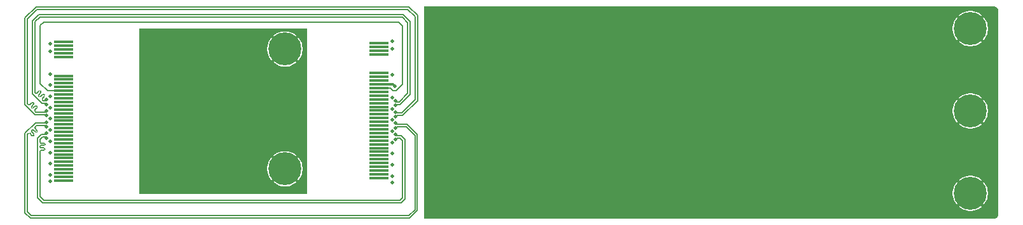
<source format=gbr>
%TF.GenerationSoftware,KiCad,Pcbnew,9.0.0*%
%TF.CreationDate,2025-04-28T22:47:42-04:00*%
%TF.ProjectId,Interposer_Board_Test_Fixture,496e7465-7270-46f7-9365-725f426f6172,rev?*%
%TF.SameCoordinates,Original*%
%TF.FileFunction,Copper,L4,Bot*%
%TF.FilePolarity,Positive*%
%FSLAX46Y46*%
G04 Gerber Fmt 4.6, Leading zero omitted, Abs format (unit mm)*
G04 Created by KiCad (PCBNEW 9.0.0) date 2025-04-28 22:47:42*
%MOMM*%
%LPD*%
G01*
G04 APERTURE LIST*
%TA.AperFunction,SMDPad,CuDef*%
%ADD10R,2.500000X0.350000*%
%TD*%
%TA.AperFunction,ComponentPad*%
%ADD11C,0.700000*%
%TD*%
%TA.AperFunction,ComponentPad*%
%ADD12C,4.400000*%
%TD*%
%TA.AperFunction,ViaPad*%
%ADD13C,0.508000*%
%TD*%
%TA.AperFunction,Conductor*%
%ADD14C,0.350000*%
%TD*%
%TA.AperFunction,Conductor*%
%ADD15C,0.188000*%
%TD*%
%TA.AperFunction,Conductor*%
%ADD16C,0.152400*%
%TD*%
G04 APERTURE END LIST*
D10*
%TO.P,J1,2,2*%
%TO.N,unconnected-(J1-Pad2)*%
X116913600Y-114928601D03*
%TO.P,J1,4,4*%
%TO.N,unconnected-(J1-Pad4)*%
X116913600Y-114428600D03*
%TO.P,J1,6,6*%
%TO.N,unconnected-(J1-Pad6)*%
X116913600Y-113928600D03*
%TO.P,J1,8,8*%
%TO.N,unconnected-(J1-Pad8)*%
X116913600Y-113428599D03*
%TO.P,J1,10,10*%
%TO.N,unconnected-(J1-Pad10)*%
X116913600Y-112928600D03*
%TO.P,J1,12,12*%
%TO.N,unconnected-(J1-Pad12)*%
X116913600Y-112428600D03*
%TO.P,J1,14,14*%
%TO.N,unconnected-(J1-Pad14)*%
X116913600Y-111928600D03*
%TO.P,J1,16,16*%
%TO.N,unconnected-(J1-Pad16)*%
X116913600Y-111428600D03*
%TO.P,J1,18,18*%
%TO.N,unconnected-(J1-Pad18)*%
X116913599Y-110928600D03*
%TO.P,J1,20,20*%
%TO.N,unconnected-(J1-Pad20)*%
X116913600Y-110428600D03*
%TO.P,J1,22,22*%
%TO.N,unconnected-(J1-Pad22)*%
X116913600Y-109928600D03*
%TO.P,J1,24,24*%
%TO.N,unconnected-(J1-Pad24)*%
X116913600Y-109428600D03*
%TO.P,J1,26,26*%
%TO.N,unconnected-(J1-Pad26)*%
X116913600Y-108928600D03*
%TO.P,J1,28,28*%
%TO.N,unconnected-(J1-Pad28)*%
X116913600Y-108428601D03*
%TO.P,J1,30,30*%
%TO.N,unconnected-(J1-Pad30)*%
X116913600Y-107928600D03*
%TO.P,J1,32,32*%
%TO.N,unconnected-(J1-Pad32)*%
X116913600Y-107428600D03*
%TO.P,J1,34,34*%
%TO.N,unconnected-(J1-Pad34)*%
X116913600Y-106928599D03*
%TO.P,J1,36,36*%
%TO.N,unconnected-(J1-Pad36)*%
X116913600Y-106428600D03*
%TO.P,J1,38,38*%
%TO.N,unconnected-(J1-Pad38)*%
X116913600Y-105928601D03*
%TO.P,J1,40,40*%
%TO.N,unconnected-(J1-Pad40)*%
X116913600Y-105428600D03*
%TO.P,J1,42,42*%
%TO.N,unconnected-(J1-Pad42)*%
X116913600Y-104928600D03*
%TO.P,J1,44,44*%
%TO.N,unconnected-(J1-Pad44)*%
X116913600Y-104428599D03*
%TO.P,J1,46,46*%
%TO.N,unconnected-(J1-Pad46)*%
X116913600Y-103928600D03*
%TO.P,J1,48,48*%
%TO.N,unconnected-(J1-Pad48)*%
X116913600Y-103428601D03*
%TO.P,J1,50,50*%
%TO.N,/PERST#*%
X116913600Y-102928600D03*
%TO.P,J1,52,52*%
%TO.N,GND*%
X116913600Y-102428600D03*
%TO.P,J1,54,54*%
%TO.N,unconnected-(J1-Pad54)*%
X116913600Y-101928599D03*
%TO.P,J1,56,56*%
%TO.N,unconnected-(J1-Pad56)*%
X116913600Y-101428600D03*
%TO.P,J1,58,58*%
%TO.N,unconnected-(J1-Pad58)*%
X116913600Y-100928600D03*
%TO.P,J1,68,68*%
%TO.N,unconnected-(J1-Pad68)*%
X116913600Y-98428600D03*
%TO.P,J1,70,70*%
%TO.N,unconnected-(J1-Pad70)*%
X116913600Y-97928600D03*
%TO.P,J1,72,72*%
%TO.N,unconnected-(J1-Pad72)*%
X116913600Y-97428600D03*
%TO.P,J1,74,74*%
%TO.N,unconnected-(J1-Pad74)*%
X116913600Y-96928601D03*
%TD*%
D11*
%TO.P,H3,1,1*%
%TO.N,GND*%
X194026100Y-94978600D03*
X194509374Y-93811874D03*
X194509374Y-96145326D03*
X195676100Y-93328600D03*
D12*
X195676100Y-94978600D03*
D11*
X195676100Y-96628600D03*
X196842826Y-93811874D03*
X196842826Y-96145326D03*
X197326100Y-94978600D03*
%TD*%
%TO.P,H2,1,1*%
%TO.N,GND*%
X102751100Y-97703600D03*
X103234374Y-96536874D03*
X103234374Y-98870326D03*
X104401100Y-96053600D03*
D12*
X104401100Y-97703600D03*
D11*
X104401100Y-99353600D03*
X105567826Y-96536874D03*
X105567826Y-98870326D03*
X106051100Y-97703600D03*
%TD*%
%TO.P,H4,1,1*%
%TO.N,GND*%
X194026100Y-116978600D03*
X194509374Y-115811874D03*
X194509374Y-118145326D03*
X195676100Y-115328600D03*
D12*
X195676100Y-116978600D03*
D11*
X195676100Y-118628600D03*
X196842826Y-115811874D03*
X196842826Y-118145326D03*
X197326100Y-116978600D03*
%TD*%
%TO.P,H1,1,1*%
%TO.N,GND*%
X194026100Y-105978600D03*
X194509374Y-104811874D03*
X194509374Y-107145326D03*
X195676100Y-104328600D03*
D12*
X195676100Y-105978600D03*
D11*
X195676100Y-107628600D03*
X196842826Y-104811874D03*
X196842826Y-107145326D03*
X197326100Y-105978600D03*
%TD*%
%TO.P,H5,1,1*%
%TO.N,GND*%
X102751100Y-113703600D03*
X103234374Y-112536874D03*
X103234374Y-114870326D03*
X104401100Y-112053600D03*
D12*
X104401100Y-113703600D03*
D11*
X104401100Y-115353600D03*
X105567826Y-112536874D03*
X105567826Y-114870326D03*
X106051100Y-113703600D03*
%TD*%
D10*
%TO.P,J2,1,1*%
%TO.N,unconnected-(J2-Pad1)*%
X74926100Y-115278600D03*
%TO.P,J2,3,3*%
%TO.N,unconnected-(J2-Pad3)*%
X74926100Y-114778600D03*
%TO.P,J2,5,5*%
%TO.N,unconnected-(J2-Pad5)*%
X74926100Y-114278601D03*
%TO.P,J2,7,7*%
%TO.N,unconnected-(J2-Pad7)*%
X74926100Y-113778600D03*
%TO.P,J2,9,9*%
%TO.N,unconnected-(J2-Pad9)*%
X74926100Y-113278600D03*
%TO.P,J2,11,11*%
%TO.N,unconnected-(J2-Pad11)*%
X74926100Y-112778599D03*
%TO.P,J2,13,13*%
%TO.N,unconnected-(J2-Pad13)*%
X74926100Y-112278600D03*
%TO.P,J2,15,15*%
%TO.N,unconnected-(J2-Pad15)*%
X74926100Y-111778601D03*
%TO.P,J2,17,17*%
%TO.N,unconnected-(J2-Pad17)*%
X74926100Y-111278600D03*
%TO.P,J2,19,19*%
%TO.N,unconnected-(J2-Pad19)*%
X74926100Y-110778600D03*
%TO.P,J2,21,21*%
%TO.N,unconnected-(J2-Pad21)*%
X74926100Y-110278599D03*
%TO.P,J2,23,23*%
%TO.N,unconnected-(J2-Pad23)*%
X74926100Y-109778600D03*
%TO.P,J2,25,25*%
%TO.N,unconnected-(J2-Pad25)*%
X74926100Y-109278601D03*
%TO.P,J2,27,27*%
%TO.N,unconnected-(J2-Pad27)*%
X74926100Y-108778600D03*
%TO.P,J2,29,29*%
%TO.N,unconnected-(J2-Pad29)*%
X74926100Y-108278600D03*
%TO.P,J2,31,31*%
%TO.N,unconnected-(J2-Pad31)*%
X74926100Y-107778599D03*
%TO.P,J2,33,33*%
%TO.N,unconnected-(J2-Pad33)*%
X74926100Y-107278600D03*
%TO.P,J2,35,35*%
%TO.N,unconnected-(J2-Pad35)*%
X74926100Y-106778600D03*
%TO.P,J2,37,37*%
%TO.N,unconnected-(J2-Pad37)*%
X74926100Y-106278600D03*
%TO.P,J2,39,39*%
%TO.N,unconnected-(J2-Pad39)*%
X74926100Y-105778600D03*
%TO.P,J2,41,41*%
%TO.N,unconnected-(J2-Pad41)*%
X74926100Y-105278601D03*
%TO.P,J2,43,43*%
%TO.N,unconnected-(J2-Pad43)*%
X74926100Y-104778600D03*
%TO.P,J2,45,45*%
%TO.N,unconnected-(J2-Pad45)*%
X74926100Y-104278600D03*
%TO.P,J2,47,47*%
%TO.N,unconnected-(J2-Pad47)*%
X74926100Y-103778600D03*
%TO.P,J2,49,49*%
%TO.N,/PERST#*%
X74926100Y-103278600D03*
%TO.P,J2,51,51*%
%TO.N,unconnected-(J2-Pad51)*%
X74926100Y-102778601D03*
%TO.P,J2,53,53*%
%TO.N,unconnected-(J2-Pad53)*%
X74926100Y-102278600D03*
%TO.P,J2,55,55*%
%TO.N,unconnected-(J2-Pad55)*%
X74926100Y-101778600D03*
%TO.P,J2,57,57*%
%TO.N,unconnected-(J2-Pad57)*%
X74926100Y-101278599D03*
%TO.P,J2,67,67*%
%TO.N,unconnected-(J2-Pad67)*%
X74926100Y-98778599D03*
%TO.P,J2,69,69*%
%TO.N,unconnected-(J2-Pad69)*%
X74926100Y-98278600D03*
%TO.P,J2,71,71*%
%TO.N,unconnected-(J2-Pad71)*%
X74926100Y-97778600D03*
%TO.P,J2,73,73*%
%TO.N,unconnected-(J2-Pad73)*%
X74926100Y-97278600D03*
%TO.P,J2,75,75*%
%TO.N,unconnected-(J2-Pad75)*%
X74926100Y-96778600D03*
%TD*%
D13*
%TO.N,GND*%
X139901100Y-109203600D03*
X102401100Y-111703600D03*
X118663600Y-97678600D03*
X137901100Y-103203600D03*
X88401100Y-97703600D03*
X197901100Y-111203600D03*
X100401100Y-113703600D03*
X191901100Y-117203600D03*
X73176100Y-108528601D03*
X135901100Y-117203600D03*
X141901100Y-111203600D03*
X98401100Y-95703600D03*
X193901100Y-99203600D03*
X179901100Y-93203600D03*
X133901100Y-95203600D03*
X167901100Y-97203600D03*
X106401100Y-111703600D03*
X139901100Y-101203600D03*
X104401100Y-105703600D03*
X159901100Y-101203600D03*
X133901100Y-103203600D03*
X169901100Y-119203600D03*
X123901100Y-93203600D03*
X165901100Y-119203600D03*
X189901100Y-111203600D03*
X135901100Y-113203600D03*
X133901100Y-107203600D03*
X197901100Y-103203600D03*
X100401100Y-101703600D03*
X92401100Y-109703600D03*
X135901100Y-97203600D03*
X133901100Y-119203600D03*
X157901100Y-119203600D03*
X155901100Y-105203600D03*
X157901100Y-95203600D03*
X141901100Y-107203600D03*
X189901100Y-95203600D03*
X183901100Y-97203600D03*
X151901100Y-97203600D03*
X185901100Y-107203600D03*
X94401100Y-115703600D03*
X123901100Y-109203600D03*
X118663600Y-111678599D03*
X169901100Y-95203600D03*
X187901100Y-109203600D03*
X157901100Y-99203600D03*
X175901100Y-105203600D03*
X123901100Y-105203600D03*
X102401100Y-107703600D03*
X137901100Y-115203600D03*
X153901100Y-111203600D03*
X157901100Y-103203600D03*
X86401100Y-103703600D03*
X143901100Y-109203600D03*
X73176100Y-101028600D03*
X169901100Y-103203600D03*
X167901100Y-109203600D03*
X159901100Y-97203600D03*
X118663600Y-96678601D03*
X96401100Y-105703600D03*
X129901100Y-111203600D03*
X173901100Y-115203600D03*
X177901100Y-111203600D03*
X127901100Y-97203600D03*
X127901100Y-93203600D03*
X102401100Y-95703600D03*
X129901100Y-115203600D03*
X175901100Y-97203600D03*
X131901100Y-101203600D03*
X163901100Y-101203600D03*
X131901100Y-109203600D03*
X131901100Y-113203600D03*
X151901100Y-113203600D03*
X118663600Y-107178598D03*
X143901100Y-101203600D03*
X159901100Y-105203600D03*
X137901100Y-119203600D03*
X191901100Y-105203600D03*
X187901100Y-113203600D03*
X195901100Y-113203600D03*
X171901100Y-109203600D03*
X129901100Y-99203600D03*
X129901100Y-119203600D03*
X145901100Y-111203600D03*
X141901100Y-115203600D03*
X125901100Y-103203600D03*
X139901100Y-97203600D03*
X106401100Y-115703600D03*
X106401100Y-103703600D03*
X102401100Y-115703600D03*
X73176100Y-115353600D03*
X118663600Y-110178599D03*
X163901100Y-113203600D03*
X183901100Y-105203600D03*
X73176100Y-102528600D03*
X94401100Y-111703600D03*
X96401100Y-109703600D03*
X96401100Y-101703600D03*
X157901100Y-115203600D03*
X169901100Y-107203600D03*
X163901100Y-109203600D03*
X175901100Y-113203600D03*
X147901100Y-101203600D03*
X123901100Y-97203600D03*
X145901100Y-103203600D03*
X94401100Y-99703600D03*
X151901100Y-105203600D03*
X73176100Y-107028599D03*
X127901100Y-105203600D03*
X185901100Y-95203600D03*
X183901100Y-101203600D03*
X185901100Y-103203600D03*
X100401100Y-97703600D03*
X92401100Y-105703600D03*
X90401100Y-111703600D03*
X169901100Y-111203600D03*
X149901100Y-107203600D03*
X96401100Y-113703600D03*
X155901100Y-101203600D03*
X118663600Y-108678600D03*
X86401100Y-99703600D03*
X189901100Y-119203600D03*
X157901100Y-111203600D03*
X106401100Y-107703600D03*
X143901100Y-93203600D03*
X143901100Y-105203600D03*
X139901100Y-113203600D03*
X86401100Y-115703600D03*
X131901100Y-117203600D03*
X179901100Y-117203600D03*
X88401100Y-109703600D03*
X147901100Y-113203600D03*
X191901100Y-101203600D03*
X181901100Y-99203600D03*
X118663600Y-114678599D03*
X165901100Y-111203600D03*
X173901100Y-103203600D03*
X104401100Y-109703600D03*
X133901100Y-115203600D03*
X98401100Y-107703600D03*
X119001100Y-102678600D03*
X125901100Y-119203600D03*
X141901100Y-95203600D03*
X183901100Y-109203600D03*
X161901100Y-119203600D03*
X141901100Y-99203600D03*
X129901100Y-103203600D03*
X102401100Y-99703600D03*
X155901100Y-93203600D03*
X135901100Y-93203600D03*
X73176100Y-97028601D03*
X173901100Y-107203600D03*
X127901100Y-101203600D03*
X118663600Y-101178599D03*
X135901100Y-101203600D03*
X159901100Y-113203600D03*
X98401100Y-103703600D03*
X100401100Y-109703600D03*
X177901100Y-103203600D03*
X183901100Y-113203600D03*
X179901100Y-97203600D03*
X183901100Y-117203600D03*
X173901100Y-119203600D03*
X129901100Y-95203600D03*
X149901100Y-119203600D03*
X169901100Y-99203600D03*
X118663600Y-104178599D03*
X88401100Y-101703600D03*
X149901100Y-115203600D03*
X90401100Y-115703600D03*
X189901100Y-103203600D03*
X73176100Y-98028600D03*
X177901100Y-107203600D03*
X141901100Y-119203600D03*
X197901100Y-99203600D03*
X175901100Y-117203600D03*
X73176100Y-110028600D03*
X161901100Y-107203600D03*
X167901100Y-101203600D03*
X135901100Y-105203600D03*
X185901100Y-99203600D03*
X191901100Y-93203600D03*
X125901100Y-111203600D03*
X73176100Y-114528600D03*
X169901100Y-115203600D03*
X163901100Y-105203600D03*
X179901100Y-113203600D03*
X189901100Y-115203600D03*
X161901100Y-115203600D03*
X155901100Y-117203600D03*
X131901100Y-93203600D03*
X179901100Y-109203600D03*
X102401100Y-103703600D03*
X187901100Y-117203600D03*
X185901100Y-115203600D03*
X133901100Y-99203600D03*
X165901100Y-103203600D03*
X153901100Y-115203600D03*
X73176100Y-111528600D03*
X181901100Y-103203600D03*
X187901100Y-97203600D03*
X153901100Y-103203600D03*
X179901100Y-105203600D03*
X151901100Y-117203600D03*
X171901100Y-113203600D03*
X165901100Y-95203600D03*
X163901100Y-117203600D03*
X171901100Y-93203600D03*
X195901100Y-101203600D03*
X127901100Y-117203600D03*
X137901100Y-99203600D03*
X151901100Y-109203600D03*
X123901100Y-113203600D03*
X191901100Y-113203600D03*
X86401100Y-107703600D03*
X145901100Y-95203600D03*
X92401100Y-101703600D03*
X167901100Y-105203600D03*
X177901100Y-119203600D03*
X137901100Y-111203600D03*
X147901100Y-93203600D03*
X125901100Y-107203600D03*
X143901100Y-117203600D03*
X161901100Y-95203600D03*
X137901100Y-95203600D03*
X92401100Y-113703600D03*
X181901100Y-107203600D03*
X135901100Y-109203600D03*
X94401100Y-107703600D03*
X163901100Y-97203600D03*
X149901100Y-95203600D03*
X191901100Y-109203600D03*
X145901100Y-99203600D03*
X173901100Y-99203600D03*
X175901100Y-101203600D03*
X177901100Y-99203600D03*
X131901100Y-105203600D03*
X86401100Y-95703600D03*
X155901100Y-97203600D03*
X147901100Y-97203600D03*
X179901100Y-101203600D03*
X139901100Y-117203600D03*
X167901100Y-117203600D03*
X104401100Y-101703600D03*
X175901100Y-93203600D03*
X143901100Y-113203600D03*
X187901100Y-93203600D03*
X139901100Y-93203600D03*
X118663600Y-115503599D03*
X159901100Y-109203600D03*
X151901100Y-93203600D03*
X125901100Y-95203600D03*
X171901100Y-105203600D03*
X167901100Y-113203600D03*
X151901100Y-101203600D03*
X161901100Y-103203600D03*
X153901100Y-119203600D03*
X137901100Y-107203600D03*
X155901100Y-113203600D03*
X153901100Y-107203600D03*
X90401100Y-99703600D03*
X73176100Y-105528600D03*
X177901100Y-95203600D03*
X175901100Y-109203600D03*
X139901100Y-105203600D03*
X73176100Y-113028600D03*
X163901100Y-93203600D03*
X145901100Y-115203600D03*
X161901100Y-99203600D03*
X189901100Y-99203600D03*
X98401100Y-115703600D03*
X143901100Y-97203600D03*
X187901100Y-105203600D03*
X181901100Y-115203600D03*
X191901100Y-97203600D03*
X131901100Y-97203600D03*
X96401100Y-97703600D03*
X149901100Y-103203600D03*
X185901100Y-119203600D03*
X145901100Y-119203600D03*
X147901100Y-109203600D03*
X189901100Y-107203600D03*
X165901100Y-115203600D03*
X147901100Y-117203600D03*
X185901100Y-111203600D03*
X98401100Y-111703600D03*
X141901100Y-103203600D03*
X147901100Y-105203600D03*
X149901100Y-111203600D03*
X127901100Y-113203600D03*
X195901100Y-109203600D03*
X98401100Y-99703600D03*
X187901100Y-101203600D03*
X167901100Y-93203600D03*
X129901100Y-107203600D03*
X125901100Y-115203600D03*
X125901100Y-99203600D03*
X155901100Y-109203600D03*
X73176100Y-104028600D03*
X157901100Y-107203600D03*
X86401100Y-111703600D03*
X88401100Y-113703600D03*
X94401100Y-103703600D03*
X90401100Y-107703600D03*
X173901100Y-111203600D03*
X118663600Y-113178599D03*
X92401100Y-97703600D03*
X153901100Y-99203600D03*
X159901100Y-117203600D03*
X181901100Y-111203600D03*
X161901100Y-111203600D03*
X193901100Y-111203600D03*
X88401100Y-105703600D03*
X165901100Y-107203600D03*
X100401100Y-105703600D03*
X159901100Y-93203600D03*
X153901100Y-95203600D03*
X183901100Y-93203600D03*
X145901100Y-107203600D03*
X165901100Y-99203600D03*
X94401100Y-95703600D03*
X127901100Y-109203600D03*
X173901100Y-95203600D03*
X118663600Y-105678599D03*
X149901100Y-99203600D03*
X90401100Y-103703600D03*
X181901100Y-119203600D03*
X171901100Y-117203600D03*
X171901100Y-97203600D03*
X106401100Y-95703600D03*
X123901100Y-101203600D03*
X133901100Y-111203600D03*
X90401100Y-95703600D03*
X123901100Y-117203600D03*
X193901100Y-103203600D03*
X171901100Y-101203600D03*
X181901100Y-95203600D03*
X106401100Y-99703600D03*
X177901100Y-115203600D03*
%TO.N,/RX1_P*%
X119163600Y-106104748D03*
X72676100Y-105954749D03*
%TO.N,/RX2_P*%
X72676100Y-108954750D03*
X119163600Y-109104749D03*
%TO.N,/TX0_P*%
X72676100Y-104454750D03*
X119163600Y-104604749D03*
%TO.N,/TX1_N*%
X119163600Y-108252450D03*
X72676100Y-108102451D03*
%TO.N,/TX0_N*%
X119163600Y-105252449D03*
X72676100Y-105102450D03*
%TO.N,/TX1_P*%
X72676100Y-107454751D03*
X119163600Y-107604750D03*
%TO.N,/RX1_N*%
X72676100Y-106602449D03*
X119163600Y-106752448D03*
%TO.N,/RX2_N*%
X72676100Y-109602450D03*
X119163600Y-109752449D03*
%TD*%
D14*
%TO.N,GND*%
X118751100Y-102428600D02*
X119001100Y-102678600D01*
X116913600Y-102428600D02*
X118751100Y-102428600D01*
D15*
%TO.N,/RX1_P*%
X70726288Y-104861084D02*
X70444031Y-105143340D01*
X71404400Y-92400300D02*
X120766080Y-92400300D01*
X72676100Y-105954749D02*
X72516100Y-106114749D01*
X121726100Y-104474379D02*
X119935731Y-106264748D01*
X71394460Y-105351155D02*
X71349912Y-105306607D01*
X119935731Y-106264748D02*
X119323600Y-106264748D01*
X70128800Y-93675900D02*
X71404400Y-92400300D01*
X121726100Y-93360320D02*
X121726100Y-104474379D01*
X70949027Y-104905632D02*
X70904479Y-104861084D01*
X120766080Y-92400300D02*
X121726100Y-93360320D01*
X119323600Y-106264748D02*
X119163600Y-106104748D01*
X71112249Y-105811558D02*
X71394460Y-105529346D01*
X70128800Y-105006300D02*
X70128800Y-93675900D01*
X71171721Y-105306607D02*
X70889509Y-105588818D01*
X70666771Y-105366080D02*
X70949027Y-105083823D01*
X70711318Y-105588818D02*
X70666771Y-105544271D01*
X70128800Y-105006300D02*
X70265840Y-105143340D01*
X71237249Y-106114749D02*
X71112249Y-105989749D01*
X72516100Y-106114749D02*
X71237249Y-106114749D01*
X70889509Y-105588818D02*
G75*
G02*
X70711319Y-105588818I-89095J89094D01*
G01*
X70666771Y-105544271D02*
G75*
G02*
X70666795Y-105366104I89129J89071D01*
G01*
X71394460Y-105529346D02*
G75*
G03*
X71394411Y-105351205I-89060J89046D01*
G01*
X71112249Y-105989749D02*
G75*
G02*
X71112295Y-105811605I89051J89049D01*
G01*
X70949027Y-105083823D02*
G75*
G03*
X70949055Y-104905605I-89127J89123D01*
G01*
X71349912Y-105306607D02*
G75*
G03*
X71171722Y-105306607I-89095J-89094D01*
G01*
X70904479Y-104861084D02*
G75*
G03*
X70726289Y-104861084I-89095J-89094D01*
G01*
X70444031Y-105143340D02*
G75*
G02*
X70265841Y-105143340I-89095J89094D01*
G01*
%TO.N,/RX2_P*%
X72141081Y-118250301D02*
X119848618Y-118250301D01*
X120387450Y-117711469D02*
X120387450Y-109779009D01*
X72676100Y-108954750D02*
X72516100Y-109114750D01*
X72516100Y-109114750D02*
X71966510Y-109114750D01*
X120387450Y-109779009D02*
X119873190Y-109264749D01*
X119323600Y-109264749D02*
X119163600Y-109104749D01*
X119848618Y-118250301D02*
X120387450Y-117711469D01*
X119873190Y-109264749D02*
X119323600Y-109264749D01*
X71452250Y-117561470D02*
X72141081Y-118250301D01*
X71452250Y-109629010D02*
X71452250Y-117561470D01*
X71966510Y-109114750D02*
X71452250Y-109629010D01*
%TO.N,/TX0_P*%
X72516100Y-104614750D02*
X72212250Y-104614750D01*
X71128800Y-103531300D02*
X71179849Y-103582348D01*
X71128800Y-103531300D02*
X71128800Y-94075900D01*
X72127137Y-103789059D02*
X71853015Y-104063180D01*
X71776100Y-93428600D02*
X120012660Y-93428600D01*
X72093433Y-104303599D02*
X72367554Y-104029477D01*
X120748400Y-103624580D02*
X119608231Y-104764749D01*
X120748400Y-94164340D02*
X120748400Y-103624580D01*
X72367554Y-103837143D02*
X72319470Y-103789059D01*
X71660681Y-104063180D02*
X71612600Y-104015100D01*
X119608231Y-104764749D02*
X119323600Y-104764749D01*
X71646334Y-103308197D02*
X71372182Y-103582348D01*
X72212250Y-104614750D02*
X72093433Y-104495933D01*
X71886751Y-103356281D02*
X71838667Y-103308197D01*
X71128800Y-94075900D02*
X71776100Y-93428600D01*
X71612600Y-103822766D02*
X71886751Y-103548614D01*
X119323600Y-104764749D02*
X119163600Y-104604749D01*
X72676100Y-104454750D02*
X72516100Y-104614750D01*
X120012660Y-93428600D02*
X120748400Y-94164340D01*
X71612600Y-104015100D02*
G75*
G02*
X71612567Y-103822733I96200J96200D01*
G01*
X71886751Y-103548614D02*
G75*
G03*
X71886799Y-103356234I-96151J96214D01*
G01*
X72367554Y-104029477D02*
G75*
G03*
X72367564Y-103837133I-96154J96177D01*
G01*
X71853015Y-104063180D02*
G75*
G02*
X71660681Y-104063180I-96167J96166D01*
G01*
X71372182Y-103582348D02*
G75*
G02*
X71179850Y-103582348I-96166J96165D01*
G01*
X71838667Y-103308197D02*
G75*
G03*
X71646335Y-103308197I-96166J-96165D01*
G01*
X72319470Y-103789059D02*
G75*
G03*
X72127138Y-103789059I-96166J-96165D01*
G01*
X72093433Y-104495933D02*
G75*
G02*
X72093467Y-104303633I96167J96133D01*
G01*
%TO.N,/TX1_N*%
X71356893Y-108800354D02*
X71401440Y-108755806D01*
X71119216Y-108117200D02*
X71163766Y-108072653D01*
X71163766Y-108072653D02*
X71293969Y-107942451D01*
X70126100Y-109110320D02*
X70272811Y-108963609D01*
X71293969Y-107942451D02*
X72516100Y-107942451D01*
X119163600Y-108252450D02*
X119323600Y-108092450D01*
X72516100Y-107942451D02*
X72676100Y-108102451D01*
X120884360Y-119981900D02*
X70636120Y-119981900D01*
X70451001Y-108963609D02*
X70733216Y-109245824D01*
X121713600Y-109260319D02*
X121713600Y-119152660D01*
X71401440Y-108577615D02*
X71119216Y-108295391D01*
X121713600Y-119152660D02*
X120884360Y-119981900D01*
X70636120Y-119981900D02*
X70126100Y-119471880D01*
X70955954Y-109023085D02*
X70673738Y-108740869D01*
X70911407Y-109245824D02*
X70955954Y-109201276D01*
X70126100Y-119471880D02*
X70126100Y-109110320D01*
X120545731Y-108092450D02*
X121713600Y-109260319D01*
X119323600Y-108092450D02*
X120545731Y-108092450D01*
X70896479Y-108518131D02*
X71178702Y-108800354D01*
X70673738Y-108562678D02*
X70718289Y-108518131D01*
X71401440Y-108755806D02*
G75*
G03*
X71401451Y-108577605I-89140J89106D01*
G01*
X70272811Y-108963609D02*
G75*
G02*
X70451001Y-108963609I89095J-89096D01*
G01*
X71178702Y-108800354D02*
G75*
G03*
X71356893Y-108800355I89096J89097D01*
G01*
X70955954Y-109201276D02*
G75*
G03*
X70955935Y-109023105I-89054J89076D01*
G01*
X71119216Y-108295391D02*
G75*
G02*
X71119220Y-108117205I89084J89091D01*
G01*
X70718289Y-108518131D02*
G75*
G02*
X70896479Y-108518131I89095J-89096D01*
G01*
X70673738Y-108740869D02*
G75*
G02*
X70673764Y-108562705I89062J89069D01*
G01*
X70733216Y-109245824D02*
G75*
G03*
X70911407Y-109245825I89096J89097D01*
G01*
%TO.N,/TX0_N*%
X121076100Y-103760320D02*
X121076100Y-94028600D01*
X72076510Y-104942450D02*
X72516100Y-104942450D01*
X119743971Y-105092449D02*
X121076100Y-103760320D01*
X70801100Y-103667040D02*
X72076510Y-104942450D01*
X71640360Y-93100900D02*
X70801100Y-93940160D01*
X72516100Y-104942450D02*
X72676100Y-105102450D01*
X119163600Y-105252449D02*
X119323600Y-105092449D01*
X121076100Y-94028600D02*
X120148400Y-93100900D01*
X120148400Y-93100900D02*
X71640360Y-93100900D01*
X70801100Y-93940160D02*
X70801100Y-103667040D01*
X119323600Y-105092449D02*
X119743971Y-105092449D01*
D16*
%TO.N,/PERST#*%
X119226100Y-103228600D02*
X120028100Y-102426600D01*
X116913600Y-102928600D02*
X118476100Y-102928600D01*
X119526100Y-94103600D02*
X72276100Y-94103600D01*
X120028100Y-102426600D02*
X120028100Y-94605600D01*
X71803794Y-94575906D02*
X71803794Y-102306294D01*
X118776100Y-103228600D02*
X119226100Y-103228600D01*
X118476100Y-102928600D02*
X118776100Y-103228600D01*
X72776100Y-103278600D02*
X74926100Y-103278600D01*
X72276100Y-94103600D02*
X71803794Y-94575906D01*
X71803794Y-102306294D02*
X72776100Y-103278600D01*
X120028100Y-94605600D02*
X119526100Y-94103600D01*
D15*
%TO.N,/TX1_P*%
X119323600Y-107764750D02*
X119163600Y-107604750D01*
X69798400Y-108974580D02*
X69798400Y-119607620D01*
X120681471Y-107764750D02*
X119323600Y-107764750D01*
X72676100Y-107454751D02*
X72516100Y-107614751D01*
X122041300Y-109124579D02*
X120681471Y-107764750D01*
X71158229Y-107614751D02*
X69798400Y-108974580D01*
X72516100Y-107614751D02*
X71158229Y-107614751D01*
X122041300Y-119288400D02*
X122041300Y-109124579D01*
X70500380Y-120309600D02*
X121020100Y-120309600D01*
X121020100Y-120309600D02*
X122041300Y-119288400D01*
X69798400Y-119607620D02*
X70500380Y-120309600D01*
%TO.N,/RX1_N*%
X120071471Y-106592448D02*
X119323600Y-106592448D01*
X119323600Y-106592448D02*
X119163600Y-106752448D01*
X69801100Y-93540160D02*
X71268660Y-92072600D01*
X120901820Y-92072600D02*
X122053800Y-93224580D01*
X72676100Y-106602449D02*
X72516100Y-106442449D01*
X69801100Y-105142040D02*
X69801100Y-93540160D01*
X71101509Y-106442449D02*
X69801100Y-105142040D01*
X122053800Y-104610119D02*
X120071471Y-106592448D01*
X72516100Y-106442449D02*
X71101509Y-106442449D01*
X71268660Y-92072600D02*
X120901820Y-92072600D01*
X122053800Y-93224580D02*
X122053800Y-104610119D01*
%TO.N,/RX2_N*%
X119163600Y-109752449D02*
X119323600Y-109592449D01*
X71905950Y-110582066D02*
X72304455Y-110582066D01*
X120059750Y-109914749D02*
X120059750Y-117575729D01*
X71779950Y-109764750D02*
X72102250Y-109442450D01*
X72516100Y-109442450D02*
X72676100Y-109602450D01*
X71905950Y-111212066D02*
X72304449Y-111212066D01*
X119737450Y-109592449D02*
X120059750Y-109914749D01*
X71779950Y-110078066D02*
X71779950Y-109819103D01*
X72430455Y-110456066D02*
X72430455Y-110393066D01*
X120059750Y-117575729D02*
X119712878Y-117922601D01*
X72102250Y-109442450D02*
X72516100Y-109442450D01*
X71779950Y-109819103D02*
X71779950Y-109764750D01*
X71779950Y-110771066D02*
X71779950Y-110708066D01*
X119712878Y-117922601D02*
X72276821Y-117922601D01*
X71779950Y-110141066D02*
X71779950Y-110078066D01*
X72276821Y-117922601D02*
X71779950Y-117425730D01*
X72304449Y-110897066D02*
X71905950Y-110897066D01*
X119323600Y-109592449D02*
X119737450Y-109592449D01*
X71779950Y-117425730D02*
X71779950Y-111338066D01*
X72430449Y-111086066D02*
X72430449Y-111023066D01*
X72304455Y-110267066D02*
X71905950Y-110267066D01*
X72304449Y-111212066D02*
G75*
G03*
X72430366Y-111086066I-49J125966D01*
G01*
X72304455Y-110582066D02*
G75*
G03*
X72430466Y-110456066I45J125966D01*
G01*
X72430449Y-111023066D02*
G75*
G03*
X72304449Y-110897051I-126049J-34D01*
G01*
X71779950Y-111338066D02*
G75*
G02*
X71905950Y-111212050I126050J-34D01*
G01*
X71905950Y-110267066D02*
G75*
G02*
X71780034Y-110141066I50J125966D01*
G01*
X71905950Y-110897066D02*
G75*
G02*
X71780034Y-110771066I50J125966D01*
G01*
X72430455Y-110393066D02*
G75*
G03*
X72304455Y-110267145I-125955J-34D01*
G01*
X71779950Y-110708066D02*
G75*
G02*
X71905950Y-110582050I126050J-34D01*
G01*
%TD*%
%TA.AperFunction,Conductor*%
%TO.N,GND*%
G36*
X198704775Y-91979462D02*
G01*
X198737611Y-91982696D01*
X198830197Y-91991815D01*
X198844653Y-91994690D01*
X198961701Y-92030196D01*
X198975311Y-92035833D01*
X199083200Y-92093501D01*
X199095439Y-92101679D01*
X199189999Y-92179283D01*
X199200416Y-92189700D01*
X199278018Y-92284258D01*
X199286199Y-92296501D01*
X199343863Y-92404383D01*
X199349503Y-92417999D01*
X199385008Y-92535045D01*
X199387884Y-92549502D01*
X199400238Y-92674923D01*
X199400600Y-92682295D01*
X199400600Y-119699904D01*
X199400238Y-119707276D01*
X199387884Y-119832697D01*
X199385008Y-119847154D01*
X199349503Y-119964200D01*
X199343861Y-119977820D01*
X199286202Y-120085693D01*
X199278014Y-120097947D01*
X199200419Y-120192496D01*
X199189996Y-120202919D01*
X199095447Y-120280514D01*
X199083193Y-120288702D01*
X199009860Y-120327900D01*
X198975320Y-120346362D01*
X198961700Y-120352003D01*
X198844654Y-120387508D01*
X198830197Y-120390384D01*
X198713782Y-120401850D01*
X198704774Y-120402738D01*
X198697404Y-120403100D01*
X123026300Y-120403100D01*
X122977962Y-120385507D01*
X122952242Y-120340958D01*
X122951100Y-120327900D01*
X122951100Y-116824418D01*
X193323700Y-116824418D01*
X193323700Y-117132781D01*
X193363952Y-117438518D01*
X193363952Y-117438519D01*
X193443760Y-117736373D01*
X193561770Y-118021273D01*
X193715955Y-118288329D01*
X193890895Y-118516315D01*
X194784441Y-117622769D01*
X194837067Y-117695202D01*
X194959498Y-117817633D01*
X195031929Y-117870257D01*
X194138383Y-118763803D01*
X194366370Y-118938744D01*
X194633426Y-119092929D01*
X194918326Y-119210939D01*
X195216180Y-119290747D01*
X195521919Y-119331000D01*
X195830281Y-119331000D01*
X196136018Y-119290747D01*
X196136019Y-119290747D01*
X196433873Y-119210939D01*
X196718773Y-119092929D01*
X196985829Y-118938744D01*
X197213815Y-118763803D01*
X196320270Y-117870257D01*
X196392702Y-117817633D01*
X196515133Y-117695202D01*
X196567757Y-117622769D01*
X197461303Y-118516315D01*
X197636244Y-118288329D01*
X197790429Y-118021273D01*
X197908439Y-117736373D01*
X197988247Y-117438519D01*
X197988247Y-117438518D01*
X198028500Y-117132781D01*
X198028500Y-116824418D01*
X197988247Y-116518681D01*
X197988247Y-116518680D01*
X197908439Y-116220826D01*
X197790429Y-115935926D01*
X197636244Y-115668870D01*
X197461303Y-115440883D01*
X196567757Y-116334429D01*
X196515133Y-116261998D01*
X196392702Y-116139567D01*
X196320269Y-116086942D01*
X197213815Y-115193395D01*
X196985829Y-115018455D01*
X196718773Y-114864270D01*
X196433873Y-114746260D01*
X196136019Y-114666452D01*
X195830281Y-114626200D01*
X195521919Y-114626200D01*
X195216181Y-114666452D01*
X195216180Y-114666452D01*
X194918326Y-114746260D01*
X194633426Y-114864270D01*
X194366370Y-115018455D01*
X194138383Y-115193395D01*
X195031929Y-116086942D01*
X194959498Y-116139567D01*
X194837067Y-116261998D01*
X194784442Y-116334429D01*
X193890895Y-115440883D01*
X193715955Y-115668870D01*
X193561770Y-115935926D01*
X193443760Y-116220826D01*
X193363952Y-116518680D01*
X193363952Y-116518681D01*
X193323700Y-116824418D01*
X122951100Y-116824418D01*
X122951100Y-105824418D01*
X193323700Y-105824418D01*
X193323700Y-106132781D01*
X193363952Y-106438518D01*
X193363952Y-106438519D01*
X193443760Y-106736373D01*
X193561770Y-107021273D01*
X193715955Y-107288329D01*
X193890895Y-107516315D01*
X194784441Y-106622769D01*
X194837067Y-106695202D01*
X194959498Y-106817633D01*
X195031929Y-106870257D01*
X194138383Y-107763803D01*
X194366370Y-107938744D01*
X194633426Y-108092929D01*
X194918326Y-108210939D01*
X195216180Y-108290747D01*
X195521919Y-108331000D01*
X195830281Y-108331000D01*
X196136018Y-108290747D01*
X196136019Y-108290747D01*
X196433873Y-108210939D01*
X196718773Y-108092929D01*
X196985829Y-107938744D01*
X197213815Y-107763803D01*
X196320270Y-106870257D01*
X196392702Y-106817633D01*
X196515133Y-106695202D01*
X196567757Y-106622769D01*
X197461303Y-107516315D01*
X197636244Y-107288329D01*
X197790429Y-107021273D01*
X197908439Y-106736373D01*
X197988247Y-106438519D01*
X197988247Y-106438518D01*
X198028500Y-106132781D01*
X198028500Y-105824418D01*
X197988247Y-105518681D01*
X197988247Y-105518680D01*
X197908439Y-105220826D01*
X197790429Y-104935926D01*
X197636244Y-104668870D01*
X197461303Y-104440883D01*
X196567757Y-105334429D01*
X196515133Y-105261998D01*
X196392702Y-105139567D01*
X196320269Y-105086942D01*
X197213815Y-104193395D01*
X196985829Y-104018455D01*
X196718773Y-103864270D01*
X196433873Y-103746260D01*
X196136019Y-103666452D01*
X195830281Y-103626200D01*
X195521919Y-103626200D01*
X195216181Y-103666452D01*
X195216180Y-103666452D01*
X194918326Y-103746260D01*
X194633426Y-103864270D01*
X194366370Y-104018455D01*
X194138383Y-104193395D01*
X195031929Y-105086942D01*
X194959498Y-105139567D01*
X194837067Y-105261998D01*
X194784442Y-105334429D01*
X193890895Y-104440883D01*
X193715955Y-104668870D01*
X193561770Y-104935926D01*
X193443760Y-105220826D01*
X193363952Y-105518680D01*
X193363952Y-105518681D01*
X193323700Y-105824418D01*
X122951100Y-105824418D01*
X122951100Y-94824418D01*
X193323700Y-94824418D01*
X193323700Y-95132781D01*
X193363952Y-95438518D01*
X193363952Y-95438519D01*
X193443760Y-95736373D01*
X193561770Y-96021273D01*
X193715955Y-96288329D01*
X193890895Y-96516315D01*
X194784441Y-95622769D01*
X194837067Y-95695202D01*
X194959498Y-95817633D01*
X195031929Y-95870257D01*
X194138383Y-96763803D01*
X194366370Y-96938744D01*
X194633426Y-97092929D01*
X194918326Y-97210939D01*
X195216180Y-97290747D01*
X195521919Y-97331000D01*
X195830281Y-97331000D01*
X196136018Y-97290747D01*
X196136019Y-97290747D01*
X196433873Y-97210939D01*
X196718773Y-97092929D01*
X196985829Y-96938744D01*
X197213815Y-96763803D01*
X196320270Y-95870257D01*
X196392702Y-95817633D01*
X196515133Y-95695202D01*
X196567757Y-95622769D01*
X197461303Y-96516315D01*
X197636244Y-96288329D01*
X197790429Y-96021273D01*
X197908439Y-95736373D01*
X197988247Y-95438519D01*
X197988247Y-95438518D01*
X198028500Y-95132781D01*
X198028500Y-94824418D01*
X197988247Y-94518681D01*
X197988247Y-94518680D01*
X197908439Y-94220826D01*
X197790429Y-93935926D01*
X197636244Y-93668870D01*
X197461303Y-93440883D01*
X196567757Y-94334429D01*
X196515133Y-94261998D01*
X196392702Y-94139567D01*
X196320269Y-94086942D01*
X197213815Y-93193395D01*
X196985829Y-93018455D01*
X196718773Y-92864270D01*
X196433873Y-92746260D01*
X196136019Y-92666452D01*
X195830281Y-92626200D01*
X195521919Y-92626200D01*
X195216181Y-92666452D01*
X195216180Y-92666452D01*
X194918326Y-92746260D01*
X194633426Y-92864270D01*
X194366370Y-93018455D01*
X194138383Y-93193395D01*
X195031929Y-94086942D01*
X194959498Y-94139567D01*
X194837067Y-94261998D01*
X194784442Y-94334429D01*
X193890895Y-93440883D01*
X193715955Y-93668870D01*
X193561770Y-93935926D01*
X193443760Y-94220826D01*
X193363952Y-94518680D01*
X193363952Y-94518681D01*
X193323700Y-94824418D01*
X122951100Y-94824418D01*
X122951100Y-92054300D01*
X122968693Y-92005962D01*
X123013242Y-91980242D01*
X123026300Y-91979100D01*
X198653505Y-91979100D01*
X198697404Y-91979100D01*
X198704775Y-91979462D01*
G37*
%TD.AperFunction*%
%TA.AperFunction,Conductor*%
G36*
X107348737Y-94996193D02*
G01*
X107374457Y-95040742D01*
X107375599Y-95053800D01*
X107375600Y-116953400D01*
X107358007Y-117001738D01*
X107313458Y-117027458D01*
X107300400Y-117028600D01*
X85051800Y-117028600D01*
X85003462Y-117011007D01*
X84977742Y-116966458D01*
X84976600Y-116953400D01*
X84976600Y-113549418D01*
X102048700Y-113549418D01*
X102048700Y-113857781D01*
X102088952Y-114163518D01*
X102088952Y-114163519D01*
X102168760Y-114461373D01*
X102286770Y-114746273D01*
X102440955Y-115013329D01*
X102615895Y-115241315D01*
X103509441Y-114347769D01*
X103562067Y-114420202D01*
X103684498Y-114542633D01*
X103756929Y-114595257D01*
X102863383Y-115488803D01*
X103091370Y-115663744D01*
X103358426Y-115817929D01*
X103643326Y-115935939D01*
X103941180Y-116015747D01*
X104246919Y-116056000D01*
X104555281Y-116056000D01*
X104861018Y-116015747D01*
X104861019Y-116015747D01*
X105158873Y-115935939D01*
X105443773Y-115817929D01*
X105710829Y-115663744D01*
X105938815Y-115488803D01*
X105045270Y-114595257D01*
X105117702Y-114542633D01*
X105240133Y-114420202D01*
X105292757Y-114347769D01*
X106186303Y-115241315D01*
X106361244Y-115013329D01*
X106515429Y-114746273D01*
X106633439Y-114461373D01*
X106713247Y-114163519D01*
X106713247Y-114163518D01*
X106753500Y-113857781D01*
X106753500Y-113549418D01*
X106713247Y-113243681D01*
X106713247Y-113243680D01*
X106633439Y-112945826D01*
X106515429Y-112660926D01*
X106361244Y-112393870D01*
X106186303Y-112165883D01*
X105292757Y-113059429D01*
X105240133Y-112986998D01*
X105117702Y-112864567D01*
X105045269Y-112811942D01*
X105938815Y-111918395D01*
X105710829Y-111743455D01*
X105443773Y-111589270D01*
X105158873Y-111471260D01*
X104861019Y-111391452D01*
X104555281Y-111351200D01*
X104246919Y-111351200D01*
X103941181Y-111391452D01*
X103941180Y-111391452D01*
X103643326Y-111471260D01*
X103358426Y-111589270D01*
X103091370Y-111743455D01*
X102863383Y-111918395D01*
X103756929Y-112811942D01*
X103684498Y-112864567D01*
X103562067Y-112986998D01*
X103509442Y-113059429D01*
X102615895Y-112165883D01*
X102440955Y-112393870D01*
X102286770Y-112660926D01*
X102168760Y-112945826D01*
X102088952Y-113243680D01*
X102088952Y-113243681D01*
X102048700Y-113549418D01*
X84976600Y-113549418D01*
X84976600Y-111947477D01*
X84976601Y-105978600D01*
X84976601Y-97549418D01*
X102048700Y-97549418D01*
X102048700Y-97857781D01*
X102088952Y-98163518D01*
X102088952Y-98163519D01*
X102168760Y-98461373D01*
X102286770Y-98746273D01*
X102440955Y-99013329D01*
X102615895Y-99241315D01*
X103509441Y-98347769D01*
X103562067Y-98420202D01*
X103684498Y-98542633D01*
X103756929Y-98595257D01*
X102863383Y-99488803D01*
X103091370Y-99663744D01*
X103358426Y-99817929D01*
X103643326Y-99935939D01*
X103941180Y-100015747D01*
X104246919Y-100056000D01*
X104555281Y-100056000D01*
X104861018Y-100015747D01*
X104861019Y-100015747D01*
X105158873Y-99935939D01*
X105443773Y-99817929D01*
X105710829Y-99663744D01*
X105938815Y-99488803D01*
X105045270Y-98595257D01*
X105117702Y-98542633D01*
X105240133Y-98420202D01*
X105292757Y-98347769D01*
X106186303Y-99241315D01*
X106361244Y-99013329D01*
X106515429Y-98746273D01*
X106633439Y-98461373D01*
X106713247Y-98163519D01*
X106713247Y-98163518D01*
X106753500Y-97857781D01*
X106753500Y-97549418D01*
X106713247Y-97243681D01*
X106713247Y-97243680D01*
X106633439Y-96945826D01*
X106515429Y-96660926D01*
X106361244Y-96393870D01*
X106186303Y-96165883D01*
X105292757Y-97059429D01*
X105240133Y-96986998D01*
X105117702Y-96864567D01*
X105045269Y-96811942D01*
X105938815Y-95918395D01*
X105710829Y-95743455D01*
X105443773Y-95589270D01*
X105158873Y-95471260D01*
X104861019Y-95391452D01*
X104555281Y-95351200D01*
X104246919Y-95351200D01*
X103941181Y-95391452D01*
X103941180Y-95391452D01*
X103643326Y-95471260D01*
X103358426Y-95589270D01*
X103091370Y-95743455D01*
X102863383Y-95918395D01*
X103756929Y-96811942D01*
X103684498Y-96864567D01*
X103562067Y-96986998D01*
X103509442Y-97059429D01*
X102615895Y-96165883D01*
X102440955Y-96393870D01*
X102286770Y-96660926D01*
X102168760Y-96945826D01*
X102088952Y-97243680D01*
X102088952Y-97243681D01*
X102048700Y-97549418D01*
X84976601Y-97549418D01*
X84976601Y-95053800D01*
X84994194Y-95005462D01*
X85038743Y-94979742D01*
X85051801Y-94978600D01*
X107300399Y-94978600D01*
X107348737Y-94996193D01*
G37*
%TD.AperFunction*%
%TD*%
M02*

</source>
